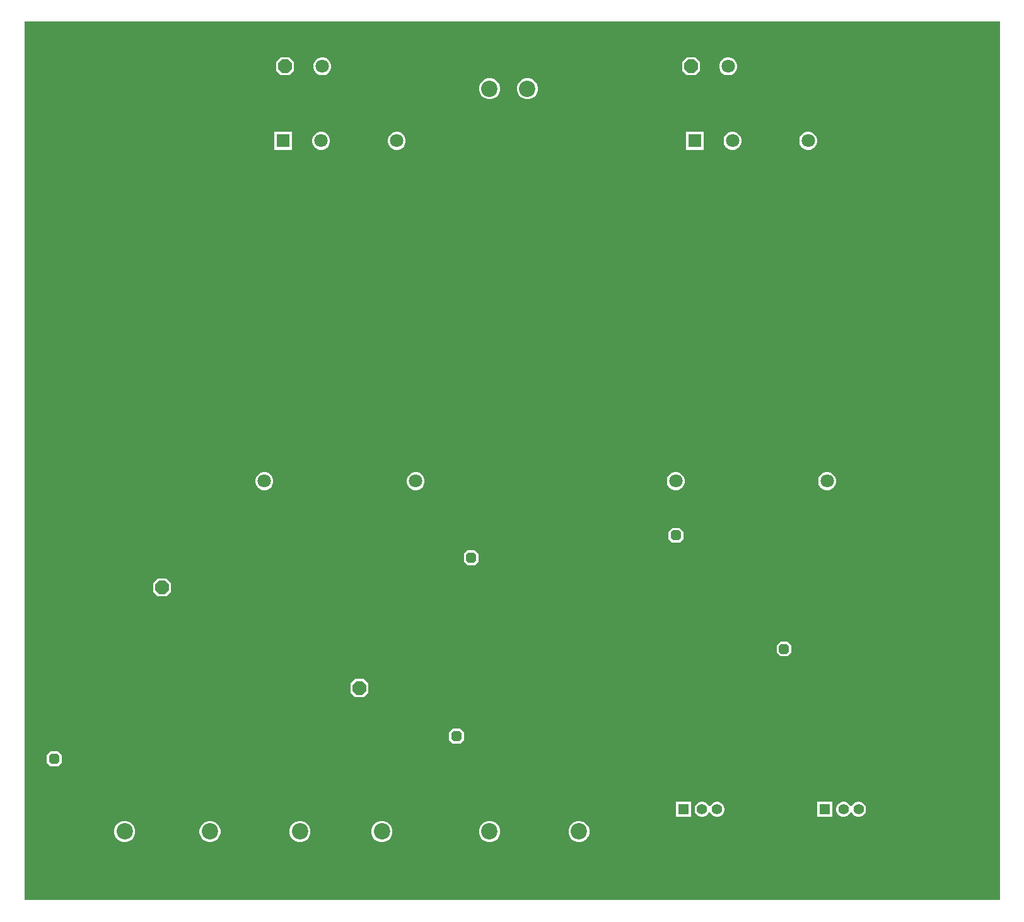
<source format=gbr>
%TF.GenerationSoftware,Altium Limited,Altium Designer,22.4.2 (48)*%
G04 Layer_Physical_Order=2*
G04 Layer_Color=16711680*
%FSLAX45Y45*%
%MOMM*%
%TF.SameCoordinates,24D30104-F170-4498-80AD-2BAA9A99EF50*%
%TF.FilePolarity,Positive*%
%TF.FileFunction,Copper,L2,Bot,Signal*%
%TF.Part,Single*%
G01*
G75*
%TA.AperFunction,ComponentPad*%
%ADD19C,2.20000*%
%ADD20C,3.50000*%
%ADD21R,1.42000X1.42000*%
%ADD22C,1.42000*%
%ADD23C,1.40000*%
G04:AMPARAMS|DCode=24|XSize=1.4mm|YSize=1.4mm|CornerRadius=0mm|HoleSize=0mm|Usage=FLASHONLY|Rotation=0.000|XOffset=0mm|YOffset=0mm|HoleType=Round|Shape=Octagon|*
%AMOCTAGOND24*
4,1,8,0.70000,-0.35000,0.70000,0.35000,0.35000,0.70000,-0.35000,0.70000,-0.70000,0.35000,-0.70000,-0.35000,-0.35000,-0.70000,0.35000,-0.70000,0.70000,-0.35000,0.0*
%
%ADD24OCTAGOND24*%

G04:AMPARAMS|DCode=25|XSize=1.4mm|YSize=1.4mm|CornerRadius=0mm|HoleSize=0mm|Usage=FLASHONLY|Rotation=90.000|XOffset=0mm|YOffset=0mm|HoleType=Round|Shape=Octagon|*
%AMOCTAGOND25*
4,1,8,0.35000,0.70000,-0.35000,0.70000,-0.70000,0.35000,-0.70000,-0.35000,-0.35000,-0.70000,0.35000,-0.70000,0.70000,-0.35000,0.70000,0.35000,0.35000,0.70000,0.0*
%
%ADD25OCTAGOND25*%

%ADD26C,1.80000*%
G04:AMPARAMS|DCode=27|XSize=1.8mm|YSize=1.8mm|CornerRadius=0mm|HoleSize=0mm|Usage=FLASHONLY|Rotation=0.000|XOffset=0mm|YOffset=0mm|HoleType=Round|Shape=Octagon|*
%AMOCTAGOND27*
4,1,8,0.90000,-0.45000,0.90000,0.45000,0.45000,0.90000,-0.45000,0.90000,-0.90000,0.45000,-0.90000,-0.45000,-0.45000,-0.90000,0.45000,-0.90000,0.90000,-0.45000,0.0*
%
%ADD27OCTAGOND27*%

%TA.AperFunction,ViaPad*%
%ADD28C,7.00000*%
%TA.AperFunction,ComponentPad*%
G04:AMPARAMS|DCode=29|XSize=1.8mm|YSize=1.8mm|CornerRadius=0mm|HoleSize=0mm|Usage=FLASHONLY|Rotation=270.000|XOffset=0mm|YOffset=0mm|HoleType=Round|Shape=Octagon|*
%AMOCTAGOND29*
4,1,8,-0.45000,-0.90000,0.45000,-0.90000,0.90000,-0.45000,0.90000,0.45000,0.45000,0.90000,-0.45000,0.90000,-0.90000,0.45000,-0.90000,-0.45000,-0.45000,-0.90000,0.0*
%
%ADD29OCTAGOND29*%

%ADD30R,1.80000X1.80000*%
%TA.AperFunction,ViaPad*%
%ADD31C,0.70000*%
G36*
X13200000Y100000D02*
X100000D01*
Y11900000D01*
X13200000D01*
Y100000D01*
D02*
G37*
%LPC*%
G36*
X9565798Y11420000D02*
X9534201D01*
X9503682Y11411822D01*
X9476318Y11396024D01*
X9453976Y11373682D01*
X9438178Y11346318D01*
X9430000Y11315798D01*
Y11284202D01*
X9438178Y11253682D01*
X9453976Y11226318D01*
X9476318Y11203976D01*
X9503682Y11188178D01*
X9534201Y11180000D01*
X9565798D01*
X9596318Y11188178D01*
X9623681Y11203976D01*
X9646023Y11226318D01*
X9661822Y11253682D01*
X9669999Y11284202D01*
Y11315798D01*
X9661822Y11346318D01*
X9646023Y11373682D01*
X9623681Y11396024D01*
X9596318Y11411822D01*
X9565798Y11420000D01*
D02*
G37*
G36*
X9110000D02*
X8990000D01*
X8930000Y11360000D01*
Y11240000D01*
X8990000Y11180000D01*
X9110000D01*
X9169999Y11240000D01*
Y11360000D01*
X9110000Y11420000D01*
D02*
G37*
G36*
X4115798D02*
X4084202D01*
X4053682Y11411822D01*
X4026318Y11396024D01*
X4003976Y11373682D01*
X3988178Y11346318D01*
X3980000Y11315798D01*
Y11284202D01*
X3988178Y11253682D01*
X4003976Y11226318D01*
X4026318Y11203976D01*
X4053682Y11188178D01*
X4084202Y11180000D01*
X4115798D01*
X4146318Y11188178D01*
X4173682Y11203976D01*
X4196024Y11226318D01*
X4211822Y11253682D01*
X4220000Y11284202D01*
Y11315798D01*
X4211822Y11346318D01*
X4196024Y11373682D01*
X4173682Y11396024D01*
X4146318Y11411822D01*
X4115798Y11420000D01*
D02*
G37*
G36*
X3660000D02*
X3540000D01*
X3480000Y11360000D01*
Y11240000D01*
X3540000Y11180000D01*
X3660000D01*
X3720000Y11240000D01*
Y11360000D01*
X3660000Y11420000D01*
D02*
G37*
G36*
X6872431Y11140000D02*
X6835569D01*
X6799962Y11130459D01*
X6768038Y11112028D01*
X6741972Y11085962D01*
X6723541Y11054038D01*
X6714000Y11018431D01*
Y10981569D01*
X6723541Y10945962D01*
X6741972Y10914038D01*
X6768038Y10887972D01*
X6799962Y10869541D01*
X6835569Y10860000D01*
X6872431D01*
X6908038Y10869541D01*
X6939962Y10887972D01*
X6966028Y10914038D01*
X6984459Y10945962D01*
X6994000Y10981569D01*
Y11018431D01*
X6984459Y11054038D01*
X6966028Y11085962D01*
X6939962Y11112028D01*
X6908038Y11130459D01*
X6872431Y11140000D01*
D02*
G37*
G36*
X6364431D02*
X6327569D01*
X6291962Y11130459D01*
X6260038Y11112028D01*
X6233972Y11085962D01*
X6215541Y11054038D01*
X6206000Y11018431D01*
Y10981569D01*
X6215541Y10945962D01*
X6233972Y10914038D01*
X6260038Y10887972D01*
X6291962Y10869541D01*
X6327569Y10860000D01*
X6364431D01*
X6400038Y10869541D01*
X6431962Y10887972D01*
X6458028Y10914038D01*
X6476459Y10945962D01*
X6486000Y10981569D01*
Y11018431D01*
X6476459Y11054038D01*
X6458028Y11085962D01*
X6431962Y11112028D01*
X6400038Y11130459D01*
X6364431Y11140000D01*
D02*
G37*
G36*
X10639798Y10420000D02*
X10608202D01*
X10577682Y10411822D01*
X10550318Y10396024D01*
X10527976Y10373682D01*
X10512178Y10346318D01*
X10504000Y10315798D01*
Y10284202D01*
X10512178Y10253682D01*
X10527976Y10226318D01*
X10550318Y10203976D01*
X10577682Y10188178D01*
X10608202Y10180000D01*
X10639798D01*
X10670318Y10188178D01*
X10697682Y10203976D01*
X10720024Y10226318D01*
X10735822Y10253682D01*
X10744000Y10284202D01*
Y10315798D01*
X10735822Y10346318D01*
X10720024Y10373682D01*
X10697682Y10396024D01*
X10670318Y10411822D01*
X10639798Y10420000D01*
D02*
G37*
G36*
X9623798D02*
X9592202D01*
X9561682Y10411822D01*
X9534318Y10396024D01*
X9511976Y10373682D01*
X9496178Y10346318D01*
X9488000Y10315798D01*
Y10284202D01*
X9496178Y10253682D01*
X9511976Y10226318D01*
X9534318Y10203976D01*
X9561682Y10188178D01*
X9592202Y10180000D01*
X9623798D01*
X9654318Y10188178D01*
X9681682Y10203976D01*
X9704024Y10226318D01*
X9719822Y10253682D01*
X9728000Y10284202D01*
Y10315798D01*
X9719822Y10346318D01*
X9704024Y10373682D01*
X9681682Y10396024D01*
X9654318Y10411822D01*
X9623798Y10420000D01*
D02*
G37*
G36*
X9220000D02*
X8980000D01*
Y10180000D01*
X9220000D01*
Y10420000D01*
D02*
G37*
G36*
X5115799D02*
X5084202D01*
X5053682Y10411822D01*
X5026319Y10396024D01*
X5003977Y10373682D01*
X4988178Y10346318D01*
X4980000Y10315798D01*
Y10284202D01*
X4988178Y10253682D01*
X5003977Y10226318D01*
X5026319Y10203976D01*
X5053682Y10188178D01*
X5084202Y10180000D01*
X5115799D01*
X5146318Y10188178D01*
X5173682Y10203976D01*
X5196024Y10226318D01*
X5211822Y10253682D01*
X5220000Y10284202D01*
Y10315798D01*
X5211822Y10346318D01*
X5196024Y10373682D01*
X5173682Y10396024D01*
X5146318Y10411822D01*
X5115799Y10420000D01*
D02*
G37*
G36*
X4099799D02*
X4068202D01*
X4037682Y10411822D01*
X4010319Y10396024D01*
X3987977Y10373682D01*
X3972178Y10346318D01*
X3964000Y10315798D01*
Y10284202D01*
X3972178Y10253682D01*
X3987977Y10226318D01*
X4010319Y10203976D01*
X4037682Y10188178D01*
X4068202Y10180000D01*
X4099799D01*
X4130318Y10188178D01*
X4157682Y10203976D01*
X4180024Y10226318D01*
X4195822Y10253682D01*
X4204000Y10284202D01*
Y10315798D01*
X4195822Y10346318D01*
X4180024Y10373682D01*
X4157682Y10396024D01*
X4130318Y10411822D01*
X4099799Y10420000D01*
D02*
G37*
G36*
X3696000D02*
X3456000D01*
Y10180000D01*
X3696000D01*
Y10420000D01*
D02*
G37*
G36*
X10893798Y5848000D02*
X10862202D01*
X10831682Y5839822D01*
X10804318Y5824024D01*
X10781976Y5801682D01*
X10766178Y5774318D01*
X10758000Y5743798D01*
Y5712202D01*
X10766178Y5681682D01*
X10781976Y5654318D01*
X10804318Y5631976D01*
X10831682Y5616178D01*
X10862202Y5608000D01*
X10893798D01*
X10924318Y5616178D01*
X10951682Y5631976D01*
X10974024Y5654318D01*
X10989822Y5681682D01*
X10998000Y5712202D01*
Y5743798D01*
X10989822Y5774318D01*
X10974024Y5801682D01*
X10951682Y5824024D01*
X10924318Y5839822D01*
X10893798Y5848000D01*
D02*
G37*
G36*
X8861798D02*
X8830202D01*
X8799682Y5839822D01*
X8772318Y5824024D01*
X8749976Y5801682D01*
X8734178Y5774318D01*
X8726000Y5743798D01*
Y5712202D01*
X8734178Y5681682D01*
X8749976Y5654318D01*
X8772318Y5631976D01*
X8799682Y5616178D01*
X8830202Y5608000D01*
X8861798D01*
X8892318Y5616178D01*
X8919682Y5631976D01*
X8942024Y5654318D01*
X8957822Y5681682D01*
X8966000Y5712202D01*
Y5743798D01*
X8957822Y5774318D01*
X8942024Y5801682D01*
X8919682Y5824024D01*
X8892318Y5839822D01*
X8861798Y5848000D01*
D02*
G37*
G36*
X5369799D02*
X5338202D01*
X5307682Y5839822D01*
X5280319Y5824024D01*
X5257977Y5801682D01*
X5242178Y5774318D01*
X5234000Y5743798D01*
Y5712202D01*
X5242178Y5681682D01*
X5257977Y5654318D01*
X5280319Y5631976D01*
X5307682Y5616178D01*
X5338202Y5608000D01*
X5369799D01*
X5400318Y5616178D01*
X5427682Y5631976D01*
X5450024Y5654318D01*
X5465822Y5681682D01*
X5474000Y5712202D01*
Y5743798D01*
X5465822Y5774318D01*
X5450024Y5801682D01*
X5427682Y5824024D01*
X5400318Y5839822D01*
X5369799Y5848000D01*
D02*
G37*
G36*
X3337799D02*
X3306202D01*
X3275682Y5839822D01*
X3248319Y5824024D01*
X3225977Y5801682D01*
X3210178Y5774318D01*
X3202000Y5743798D01*
Y5712202D01*
X3210178Y5681682D01*
X3225977Y5654318D01*
X3248319Y5631976D01*
X3275682Y5616178D01*
X3306202Y5608000D01*
X3337799D01*
X3368318Y5616178D01*
X3395682Y5631976D01*
X3418024Y5654318D01*
X3433822Y5681682D01*
X3442000Y5712202D01*
Y5743798D01*
X3433822Y5774318D01*
X3418024Y5801682D01*
X3395682Y5824024D01*
X3368318Y5839822D01*
X3337799Y5848000D01*
D02*
G37*
G36*
X8900000Y5100000D02*
X8800000D01*
X8750000Y5050000D01*
Y4950000D01*
X8800000Y4900000D01*
X8900000D01*
X8950000Y4950000D01*
Y5050000D01*
X8900000Y5100000D01*
D02*
G37*
G36*
X6150000Y4800000D02*
X6050000D01*
X6000000Y4750000D01*
Y4650000D01*
X6050000Y4600000D01*
X6150000D01*
X6200000Y4650000D01*
Y4750000D01*
X6150000Y4800000D01*
D02*
G37*
G36*
X2010000Y4420000D02*
X1890001D01*
X1830001Y4360000D01*
Y4240000D01*
X1890001Y4180000D01*
X2010000D01*
X2070000Y4240000D01*
Y4360000D01*
X2010000Y4420000D01*
D02*
G37*
G36*
X10350000Y3575000D02*
X10250000D01*
X10200000Y3525000D01*
Y3425000D01*
X10250000Y3375000D01*
X10350000D01*
X10400000Y3425000D01*
Y3525000D01*
X10350000Y3575000D01*
D02*
G37*
G36*
X4660000Y3070000D02*
X4540000D01*
X4480000Y3010000D01*
Y2890000D01*
X4540000Y2830000D01*
X4660000D01*
X4720000Y2890000D01*
Y3010000D01*
X4660000Y3070000D01*
D02*
G37*
G36*
X5950000Y2400000D02*
X5850000D01*
X5800000Y2350000D01*
Y2250000D01*
X5850000Y2200000D01*
X5950000D01*
X6000000Y2250000D01*
Y2350000D01*
X5950000Y2400000D01*
D02*
G37*
G36*
X550000Y2100000D02*
X450000D01*
X400000Y2050000D01*
Y1950000D01*
X450000Y1900000D01*
X550000D01*
X600000Y1950000D01*
Y2050000D01*
X550000Y2100000D01*
D02*
G37*
G36*
X9413297Y1420000D02*
X9386703D01*
X9361016Y1413117D01*
X9337985Y1399820D01*
X9319180Y1381016D01*
X9306827Y1359619D01*
X9300000Y1358741D01*
X9293173Y1359619D01*
X9280820Y1381016D01*
X9262015Y1399820D01*
X9238984Y1413117D01*
X9213297Y1420000D01*
X9186703D01*
X9161015Y1413117D01*
X9137985Y1399820D01*
X9119180Y1381016D01*
X9105883Y1357985D01*
X9099000Y1332297D01*
Y1305703D01*
X9105883Y1280016D01*
X9119180Y1256985D01*
X9137985Y1238180D01*
X9161015Y1224883D01*
X9186703Y1218000D01*
X9213297D01*
X9238984Y1224883D01*
X9262015Y1238180D01*
X9280820Y1256985D01*
X9293173Y1278381D01*
X9300000Y1279259D01*
X9306827Y1278381D01*
X9319180Y1256985D01*
X9337985Y1238180D01*
X9361016Y1224883D01*
X9386703Y1218000D01*
X9413297D01*
X9438984Y1224883D01*
X9462015Y1238180D01*
X9480820Y1256985D01*
X9494117Y1280016D01*
X9501000Y1305703D01*
Y1332297D01*
X9494117Y1357985D01*
X9480820Y1381016D01*
X9462015Y1399820D01*
X9438984Y1413117D01*
X9413297Y1420000D01*
D02*
G37*
G36*
X11313297D02*
X11286703D01*
X11261016Y1413117D01*
X11237985Y1399820D01*
X11219180Y1381016D01*
X11206827Y1359619D01*
X11200000Y1358741D01*
X11193173Y1359619D01*
X11180820Y1381016D01*
X11162015Y1399820D01*
X11138984Y1413117D01*
X11113297Y1420000D01*
X11086703D01*
X11061015Y1413117D01*
X11037985Y1399820D01*
X11019180Y1381016D01*
X11005883Y1357985D01*
X10999000Y1332297D01*
Y1305703D01*
X11005883Y1280016D01*
X11019180Y1256985D01*
X11037985Y1238180D01*
X11061015Y1224883D01*
X11086703Y1218000D01*
X11113297D01*
X11138984Y1224883D01*
X11162015Y1238180D01*
X11180820Y1256985D01*
X11193173Y1278381D01*
X11200000Y1279259D01*
X11206827Y1278381D01*
X11219180Y1256985D01*
X11237985Y1238180D01*
X11261016Y1224883D01*
X11286703Y1218000D01*
X11313297D01*
X11338984Y1224883D01*
X11362015Y1238180D01*
X11380820Y1256985D01*
X11394117Y1280016D01*
X11401000Y1305703D01*
Y1332297D01*
X11394117Y1357985D01*
X11380820Y1381016D01*
X11362015Y1399820D01*
X11338984Y1413117D01*
X11313297Y1420000D01*
D02*
G37*
G36*
X10951000D02*
X10749000D01*
Y1218000D01*
X10951000D01*
Y1420000D01*
D02*
G37*
G36*
X9051000D02*
X8849000D01*
Y1218000D01*
X9051000D01*
Y1420000D01*
D02*
G37*
G36*
X7564431Y1161000D02*
X7527569D01*
X7491962Y1151459D01*
X7460038Y1133028D01*
X7433972Y1106962D01*
X7415541Y1075038D01*
X7406000Y1039431D01*
Y1002569D01*
X7415541Y966962D01*
X7433972Y935038D01*
X7460038Y908972D01*
X7491962Y890541D01*
X7527569Y881000D01*
X7564431D01*
X7600038Y890541D01*
X7631962Y908972D01*
X7658028Y935038D01*
X7676459Y966962D01*
X7686000Y1002569D01*
Y1039431D01*
X7676459Y1075038D01*
X7658028Y1106962D01*
X7631962Y1133028D01*
X7600038Y1151459D01*
X7564431Y1161000D01*
D02*
G37*
G36*
X6364431D02*
X6327569D01*
X6291962Y1151459D01*
X6260038Y1133028D01*
X6233972Y1106962D01*
X6215541Y1075038D01*
X6206000Y1039431D01*
Y1002569D01*
X6215541Y966962D01*
X6233972Y935038D01*
X6260038Y908972D01*
X6291962Y890541D01*
X6327569Y881000D01*
X6364431D01*
X6400038Y890541D01*
X6431962Y908972D01*
X6458028Y935038D01*
X6476459Y966962D01*
X6486000Y1002569D01*
Y1039431D01*
X6476459Y1075038D01*
X6458028Y1106962D01*
X6431962Y1133028D01*
X6400038Y1151459D01*
X6364431Y1161000D01*
D02*
G37*
G36*
X4918431D02*
X4881569D01*
X4845962Y1151459D01*
X4814038Y1133028D01*
X4787972Y1106962D01*
X4769541Y1075038D01*
X4760000Y1039431D01*
Y1002569D01*
X4769541Y966962D01*
X4787972Y935038D01*
X4814038Y908972D01*
X4845962Y890541D01*
X4881569Y881000D01*
X4918431D01*
X4954038Y890541D01*
X4985962Y908972D01*
X5012028Y935038D01*
X5030459Y966962D01*
X5040000Y1002569D01*
Y1039431D01*
X5030459Y1075038D01*
X5012028Y1106962D01*
X4985962Y1133028D01*
X4954038Y1151459D01*
X4918431Y1161000D01*
D02*
G37*
G36*
X3818431D02*
X3781569D01*
X3745962Y1151459D01*
X3714038Y1133028D01*
X3687972Y1106962D01*
X3669541Y1075038D01*
X3660000Y1039431D01*
Y1002569D01*
X3669541Y966962D01*
X3687972Y935038D01*
X3714038Y908972D01*
X3745962Y890541D01*
X3781569Y881000D01*
X3818431D01*
X3854038Y890541D01*
X3885962Y908972D01*
X3912028Y935038D01*
X3930459Y966962D01*
X3940000Y1002569D01*
Y1039431D01*
X3930459Y1075038D01*
X3912028Y1106962D01*
X3885962Y1133028D01*
X3854038Y1151459D01*
X3818431Y1161000D01*
D02*
G37*
G36*
X2610431D02*
X2573569D01*
X2537962Y1151459D01*
X2506038Y1133028D01*
X2479972Y1106962D01*
X2461541Y1075038D01*
X2452000Y1039431D01*
Y1002569D01*
X2461541Y966962D01*
X2479972Y935038D01*
X2506038Y908972D01*
X2537962Y890541D01*
X2573569Y881000D01*
X2610431D01*
X2646038Y890541D01*
X2677962Y908972D01*
X2704028Y935038D01*
X2722459Y966962D01*
X2732000Y1002569D01*
Y1039431D01*
X2722459Y1075038D01*
X2704028Y1106962D01*
X2677962Y1133028D01*
X2646038Y1151459D01*
X2610431Y1161000D01*
D02*
G37*
G36*
X1464431D02*
X1427569D01*
X1391962Y1151459D01*
X1360038Y1133028D01*
X1333972Y1106962D01*
X1315541Y1075038D01*
X1306000Y1039431D01*
Y1002569D01*
X1315541Y966962D01*
X1333972Y935038D01*
X1360038Y908972D01*
X1391962Y890541D01*
X1427569Y881000D01*
X1464431D01*
X1500038Y890541D01*
X1531962Y908972D01*
X1558028Y935038D01*
X1576459Y966962D01*
X1586000Y1002569D01*
Y1039431D01*
X1576459Y1075038D01*
X1558028Y1106962D01*
X1531962Y1133028D01*
X1500038Y1151459D01*
X1464431Y1161000D01*
D02*
G37*
%LPD*%
D19*
X6854000Y1021000D02*
D03*
X6346000D02*
D03*
X5408000D02*
D03*
X4900000D02*
D03*
X4308000D02*
D03*
X3800000D02*
D03*
X3100000D02*
D03*
X2592000D02*
D03*
X1954000D02*
D03*
X1446000D02*
D03*
X8054000D02*
D03*
X7546000D02*
D03*
X6346000Y11000000D02*
D03*
X6854000D02*
D03*
D20*
X8643000Y1048000D02*
D03*
X9957000D02*
D03*
X10543000D02*
D03*
X11857000D02*
D03*
D21*
X8950000Y1319000D02*
D03*
X10850000D02*
D03*
D22*
X9200000D02*
D03*
X9400000D02*
D03*
X9650000D02*
D03*
X11100000D02*
D03*
X11300000D02*
D03*
X11550000D02*
D03*
D23*
X9100000Y5000000D02*
D03*
X10300000Y3725000D02*
D03*
X6150000Y2300000D02*
D03*
X500000Y2250000D02*
D03*
X5850000Y4700000D02*
D03*
D24*
X8850000Y5000000D02*
D03*
X5900000Y2300000D02*
D03*
X6100000Y4700000D02*
D03*
D25*
X10300000Y3475000D02*
D03*
X500000Y2000000D02*
D03*
D26*
X4100000Y11300000D02*
D03*
X9550000D02*
D03*
X1450000Y4300000D02*
D03*
X4600000Y2450000D02*
D03*
X10878000Y5728000D02*
D03*
X9862000D02*
D03*
X8846000D02*
D03*
X10624000Y10300000D02*
D03*
X9608000D02*
D03*
X4084000D02*
D03*
X5100000D02*
D03*
X3322000Y5728000D02*
D03*
X4338000D02*
D03*
X5354000D02*
D03*
D27*
X3600000Y11300000D02*
D03*
X9050000D02*
D03*
X1950000Y4300000D02*
D03*
D28*
X600000Y600000D02*
D03*
Y11400000D02*
D03*
X12700000Y600000D02*
D03*
Y11400000D02*
D03*
D29*
X4600000Y2950000D02*
D03*
D30*
X9100000Y10300000D02*
D03*
X3576000D02*
D03*
D31*
X10200000Y1600000D02*
D03*
X12000000D02*
D03*
X11600000D02*
D03*
X11200000D02*
D03*
X11500000Y1000000D02*
D03*
X11200000D02*
D03*
X11000000D02*
D03*
X2000000Y200000D02*
D03*
Y400000D02*
D03*
Y700000D02*
D03*
X3300000Y1400000D02*
D03*
X2900000D02*
D03*
Y200000D02*
D03*
X3300000D02*
D03*
Y600000D02*
D03*
X2900000D02*
D03*
X4200000Y300000D02*
D03*
X4500000D02*
D03*
Y700000D02*
D03*
X4200000D02*
D03*
X5400000D02*
D03*
X5800000D02*
D03*
Y1000000D02*
D03*
Y1300000D02*
D03*
X7200000Y700000D02*
D03*
X6900000D02*
D03*
X7200000Y1400000D02*
D03*
X6900000D02*
D03*
X8100000Y1600000D02*
D03*
Y1400000D02*
D03*
X9800000Y1600000D02*
D03*
X9400000D02*
D03*
X9600000Y1100000D02*
D03*
X10400000Y4200000D02*
D03*
X10000000D02*
D03*
X9500000Y4400000D02*
D03*
Y4700000D02*
D03*
Y5000000D02*
D03*
Y5300000D02*
D03*
X10300000Y5500000D02*
D03*
Y5800000D02*
D03*
Y6100000D02*
D03*
X9900000D02*
D03*
X9500000D02*
D03*
Y5800000D02*
D03*
Y5500000D02*
D03*
X4900000Y5100000D02*
D03*
X4400000D02*
D03*
X5500000Y4900000D02*
D03*
Y4400000D02*
D03*
X6500000Y2600000D02*
D03*
Y2300000D02*
D03*
Y2100000D02*
D03*
X5100000Y2000000D02*
D03*
X4600000D02*
D03*
X4200000D02*
D03*
X2700000Y3200000D02*
D03*
X3100000Y3700000D02*
D03*
X3300000D02*
D03*
Y2900000D02*
D03*
X2600000Y2400000D02*
D03*
X2400000D02*
D03*
X700000Y2600000D02*
D03*
X300000D02*
D03*
X500000D02*
D03*
X1000000Y3500000D02*
D03*
Y4700000D02*
D03*
Y4300000D02*
D03*
Y3900000D02*
D03*
X4700000Y5700000D02*
D03*
Y5900000D02*
D03*
X4000000D02*
D03*
Y5700000D02*
D03*
X5500000Y5200000D02*
D03*
X5700000D02*
D03*
X5500000Y4700000D02*
D03*
X4600000Y5100000D02*
D03*
X3000000Y2000000D02*
D03*
X3200000D02*
D03*
X3400000D02*
D03*
X3600000D02*
D03*
Y2300000D02*
D03*
X3400000D02*
D03*
X3200000D02*
D03*
X3000000D02*
D03*
%TF.MD5,d7207d4f97528b4bc83874c43c00c335*%
M02*

</source>
